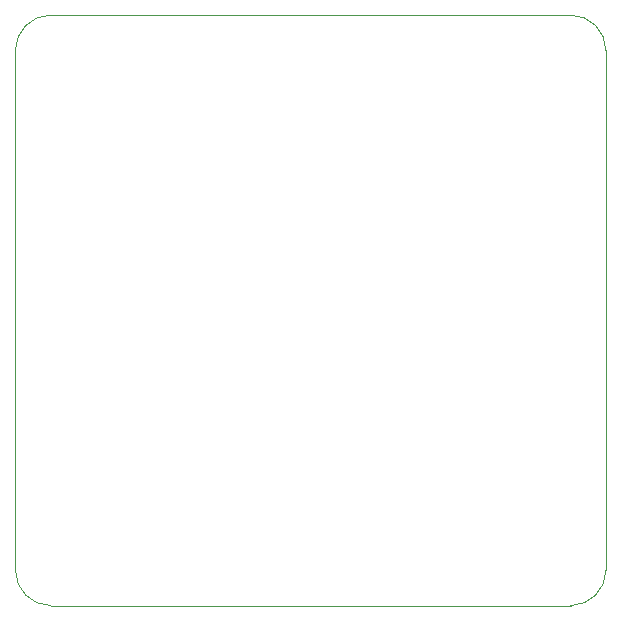
<source format=gko>
G04 #@! TF.GenerationSoftware,KiCad,Pcbnew,(6.0.0)*
G04 #@! TF.CreationDate,2022-05-24T20:35:50-07:00*
G04 #@! TF.ProjectId,TrackpadLights,54726163-6b70-4616-944c-69676874732e,rev?*
G04 #@! TF.SameCoordinates,Original*
G04 #@! TF.FileFunction,Profile,NP*
%FSLAX46Y46*%
G04 Gerber Fmt 4.6, Leading zero omitted, Abs format (unit mm)*
G04 Created by KiCad (PCBNEW (6.0.0)) date 2022-05-24 20:35:50*
%MOMM*%
%LPD*%
G01*
G04 APERTURE LIST*
G04 #@! TA.AperFunction,Profile*
%ADD10C,0.100000*%
G04 #@! TD*
G04 APERTURE END LIST*
D10*
X88000000Y-75000000D02*
X132000000Y-75000000D01*
X85000000Y-122000000D02*
G75*
G03*
X88000000Y-125000000I3000001J1D01*
G01*
X132000000Y-125000000D02*
G75*
G03*
X135000000Y-122000000I-1J3000001D01*
G01*
X132000000Y-125000000D02*
X88000000Y-125000000D01*
X135000000Y-78000000D02*
X135000000Y-122000000D01*
X88000000Y-75000000D02*
G75*
G03*
X85000000Y-78000000I1J-3000001D01*
G01*
X85000000Y-122000000D02*
X85000000Y-78000000D01*
X135000000Y-78000000D02*
G75*
G03*
X132000000Y-75000000I-3000001J-1D01*
G01*
M02*

</source>
